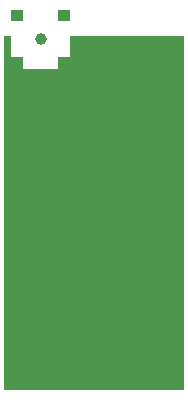
<source format=gbl>
G04 Filename: MyAnt.gbl*
G04 FileFunction: Copper,L2,Bot,Signal*
G04 Part: Single*
G04 ProjectId: MyAnt,3C562D9BC1F7CBD279EDE99D0E60B229,1*
G04 GenerationSoftware: MathWorks,MATLAB,9.13.0.2049777 (R2022b)*
G04 CreationDate: 2022-11-11T10:44:31-0800*
G04 FilePolarity: Positive*
%FSLAX16Y16*%
%MOIN*%
%ADD10C,0.03937007874*%  G04 Center pin of SMA connector*
G04 Antenna metal layer 2*
%LPD*%
G01*
G36*
X0000000Y-1181102D02*
X0598425D01*
Y0000000D01*
X0000000D01*
Y-1181102D01*
G37*
G04 Add SMA connector*
%LPC*%
G36*
X0021654Y-0068898D02*
X0218504D01*
Y0049213D01*
X0021654D01*
Y-0068898D01*
D02*
G37*
G36*
X0061024Y-0108268D02*
X0179134D01*
Y0088583D01*
X0061024D01*
Y-0108268D01*
D02*
G37*
%LPD*%
G36*
X0021654Y0049213D02*
X0061024D01*
Y0088583D01*
X0021654D01*
Y0049213D01*
D02*
G37*
G36*
Y-0108268D02*
X0061024D01*
Y-0068898D01*
X0021654D01*
Y-0108268D01*
D02*
G37*
G36*
X0179134D02*
X0218504D01*
Y-0068898D01*
X0179134D01*
Y-0108268D01*
D02*
G37*
G36*
Y0049213D02*
X0218504D01*
Y0088583D01*
X0179134D01*
Y0049213D01*
D02*
G37*
D10*
X0120079Y-0009843D03*
G04 MD5: c0fc68162209ceda24ffb7957da82de722e5283ff79785ad3e6cc74618b3e05ae3349ec3322fb87c7963c697ef82edc5db9b6c43821e96f1947bf2fca*
M02*

</source>
